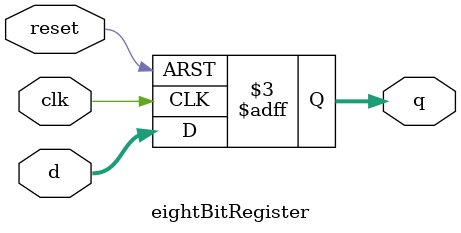
<source format=v>
module eightBitRegister(d,clk,reset,q);

input [7:0]d;
input clk;
input reset;
output reg [7:0]q;

always @(posedge clk or negedge reset)
begin
if(reset==1'b0)
q <= 8'b0;
else
q <= d;
end
endmodule
</source>
